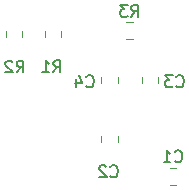
<source format=gbr>
G04 #@! TF.GenerationSoftware,KiCad,Pcbnew,5.1.4-e60b266~84~ubuntu18.04.1*
G04 #@! TF.CreationDate,2019-11-06T14:59:00-05:00*
G04 #@! TF.ProjectId,HRSensorDevBoard,48525365-6e73-46f7-9244-6576426f6172,rev?*
G04 #@! TF.SameCoordinates,Original*
G04 #@! TF.FileFunction,Legend,Bot*
G04 #@! TF.FilePolarity,Positive*
%FSLAX46Y46*%
G04 Gerber Fmt 4.6, Leading zero omitted, Abs format (unit mm)*
G04 Created by KiCad (PCBNEW 5.1.4-e60b266~84~ubuntu18.04.1) date 2019-11-06 14:59:00*
%MOMM*%
%LPD*%
G04 APERTURE LIST*
%ADD10C,0.120000*%
%ADD11C,0.150000*%
G04 APERTURE END LIST*
D10*
X17406252Y2615000D02*
X16883748Y2615000D01*
X17406252Y1195000D02*
X16883748Y1195000D01*
X11075600Y5341252D02*
X11075600Y4818748D01*
X12495600Y5341252D02*
X12495600Y4818748D01*
X14479200Y9780748D02*
X14479200Y10303252D01*
X15899200Y9780748D02*
X15899200Y10303252D01*
X11075600Y9780748D02*
X11075600Y10303252D01*
X12495600Y9780748D02*
X12495600Y10303252D01*
X6275000Y14231252D02*
X6275000Y13708748D01*
X7695000Y14231252D02*
X7695000Y13708748D01*
X4393000Y14227252D02*
X4393000Y13704748D01*
X2973000Y14227252D02*
X2973000Y13704748D01*
X13723252Y14934000D02*
X13200748Y14934000D01*
X13723252Y13514000D02*
X13200748Y13514000D01*
D11*
X17311666Y3197857D02*
X17359285Y3150238D01*
X17502142Y3102619D01*
X17597380Y3102619D01*
X17740238Y3150238D01*
X17835476Y3245476D01*
X17883095Y3340714D01*
X17930714Y3531190D01*
X17930714Y3674047D01*
X17883095Y3864523D01*
X17835476Y3959761D01*
X17740238Y4055000D01*
X17597380Y4102619D01*
X17502142Y4102619D01*
X17359285Y4055000D01*
X17311666Y4007380D01*
X16359285Y3102619D02*
X16930714Y3102619D01*
X16645000Y3102619D02*
X16645000Y4102619D01*
X16740238Y3959761D01*
X16835476Y3864523D01*
X16930714Y3816904D01*
X11850666Y1928857D02*
X11898285Y1881238D01*
X12041142Y1833619D01*
X12136380Y1833619D01*
X12279238Y1881238D01*
X12374476Y1976476D01*
X12422095Y2071714D01*
X12469714Y2262190D01*
X12469714Y2405047D01*
X12422095Y2595523D01*
X12374476Y2690761D01*
X12279238Y2786000D01*
X12136380Y2833619D01*
X12041142Y2833619D01*
X11898285Y2786000D01*
X11850666Y2738380D01*
X11469714Y2738380D02*
X11422095Y2786000D01*
X11326857Y2833619D01*
X11088761Y2833619D01*
X10993523Y2786000D01*
X10945904Y2738380D01*
X10898285Y2643142D01*
X10898285Y2547904D01*
X10945904Y2405047D01*
X11517333Y1833619D01*
X10898285Y1833619D01*
X17438666Y9548857D02*
X17486285Y9501238D01*
X17629142Y9453619D01*
X17724380Y9453619D01*
X17867238Y9501238D01*
X17962476Y9596476D01*
X18010095Y9691714D01*
X18057714Y9882190D01*
X18057714Y10025047D01*
X18010095Y10215523D01*
X17962476Y10310761D01*
X17867238Y10406000D01*
X17724380Y10453619D01*
X17629142Y10453619D01*
X17486285Y10406000D01*
X17438666Y10358380D01*
X17105333Y10453619D02*
X16486285Y10453619D01*
X16819619Y10072666D01*
X16676761Y10072666D01*
X16581523Y10025047D01*
X16533904Y9977428D01*
X16486285Y9882190D01*
X16486285Y9644095D01*
X16533904Y9548857D01*
X16581523Y9501238D01*
X16676761Y9453619D01*
X16962476Y9453619D01*
X17057714Y9501238D01*
X17105333Y9548857D01*
X9818666Y9548857D02*
X9866285Y9501238D01*
X10009142Y9453619D01*
X10104380Y9453619D01*
X10247238Y9501238D01*
X10342476Y9596476D01*
X10390095Y9691714D01*
X10437714Y9882190D01*
X10437714Y10025047D01*
X10390095Y10215523D01*
X10342476Y10310761D01*
X10247238Y10406000D01*
X10104380Y10453619D01*
X10009142Y10453619D01*
X9866285Y10406000D01*
X9818666Y10358380D01*
X8961523Y10120285D02*
X8961523Y9453619D01*
X9199619Y10501238D02*
X9437714Y9786952D01*
X8818666Y9786952D01*
X7024666Y10723619D02*
X7358000Y11199809D01*
X7596095Y10723619D02*
X7596095Y11723619D01*
X7215142Y11723619D01*
X7119904Y11676000D01*
X7072285Y11628380D01*
X7024666Y11533142D01*
X7024666Y11390285D01*
X7072285Y11295047D01*
X7119904Y11247428D01*
X7215142Y11199809D01*
X7596095Y11199809D01*
X6072285Y10723619D02*
X6643714Y10723619D01*
X6358000Y10723619D02*
X6358000Y11723619D01*
X6453238Y11580761D01*
X6548476Y11485523D01*
X6643714Y11437904D01*
X3904666Y10703619D02*
X4238000Y11179809D01*
X4476095Y10703619D02*
X4476095Y11703619D01*
X4095142Y11703619D01*
X3999904Y11656000D01*
X3952285Y11608380D01*
X3904666Y11513142D01*
X3904666Y11370285D01*
X3952285Y11275047D01*
X3999904Y11227428D01*
X4095142Y11179809D01*
X4476095Y11179809D01*
X3523714Y11608380D02*
X3476095Y11656000D01*
X3380857Y11703619D01*
X3142761Y11703619D01*
X3047523Y11656000D01*
X2999904Y11608380D01*
X2952285Y11513142D01*
X2952285Y11417904D01*
X2999904Y11275047D01*
X3571333Y10703619D01*
X2952285Y10703619D01*
X13628666Y15421619D02*
X13962000Y15897809D01*
X14200095Y15421619D02*
X14200095Y16421619D01*
X13819142Y16421619D01*
X13723904Y16374000D01*
X13676285Y16326380D01*
X13628666Y16231142D01*
X13628666Y16088285D01*
X13676285Y15993047D01*
X13723904Y15945428D01*
X13819142Y15897809D01*
X14200095Y15897809D01*
X13295333Y16421619D02*
X12676285Y16421619D01*
X13009619Y16040666D01*
X12866761Y16040666D01*
X12771523Y15993047D01*
X12723904Y15945428D01*
X12676285Y15850190D01*
X12676285Y15612095D01*
X12723904Y15516857D01*
X12771523Y15469238D01*
X12866761Y15421619D01*
X13152476Y15421619D01*
X13247714Y15469238D01*
X13295333Y15516857D01*
M02*

</source>
